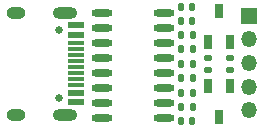
<source format=gbr>
%TF.GenerationSoftware,KiCad,Pcbnew,(6.0.2)*%
%TF.CreationDate,2022-03-06T10:13:05+08:00*%
%TF.ProjectId,USB-TTL-V1,5553422d-5454-44c2-9d56-312e6b696361,rev?*%
%TF.SameCoordinates,Original*%
%TF.FileFunction,Soldermask,Top*%
%TF.FilePolarity,Negative*%
%FSLAX46Y46*%
G04 Gerber Fmt 4.6, Leading zero omitted, Abs format (unit mm)*
G04 Created by KiCad (PCBNEW (6.0.2)) date 2022-03-06 10:13:05*
%MOMM*%
%LPD*%
G01*
G04 APERTURE LIST*
G04 Aperture macros list*
%AMRoundRect*
0 Rectangle with rounded corners*
0 $1 Rounding radius*
0 $2 $3 $4 $5 $6 $7 $8 $9 X,Y pos of 4 corners*
0 Add a 4 corners polygon primitive as box body*
4,1,4,$2,$3,$4,$5,$6,$7,$8,$9,$2,$3,0*
0 Add four circle primitives for the rounded corners*
1,1,$1+$1,$2,$3*
1,1,$1+$1,$4,$5*
1,1,$1+$1,$6,$7*
1,1,$1+$1,$8,$9*
0 Add four rect primitives between the rounded corners*
20,1,$1+$1,$2,$3,$4,$5,0*
20,1,$1+$1,$4,$5,$6,$7,0*
20,1,$1+$1,$6,$7,$8,$9,0*
20,1,$1+$1,$8,$9,$2,$3,0*%
G04 Aperture macros list end*
%ADD10C,0.650000*%
%ADD11R,1.450000X0.600000*%
%ADD12R,1.450000X0.300000*%
%ADD13O,1.600000X1.000000*%
%ADD14O,2.100000X1.000000*%
%ADD15RoundRect,0.135000X-0.135000X-0.185000X0.135000X-0.185000X0.135000X0.185000X-0.135000X0.185000X0*%
%ADD16RoundRect,0.135000X-0.185000X0.135000X-0.185000X-0.135000X0.185000X-0.135000X0.185000X0.135000X0*%
%ADD17RoundRect,0.140000X-0.140000X-0.170000X0.140000X-0.170000X0.140000X0.170000X-0.140000X0.170000X0*%
%ADD18RoundRect,0.147500X0.147500X0.172500X-0.147500X0.172500X-0.147500X-0.172500X0.147500X-0.172500X0*%
%ADD19R,0.650000X1.220000*%
%ADD20RoundRect,0.135000X0.135000X0.185000X-0.135000X0.185000X-0.135000X-0.185000X0.135000X-0.185000X0*%
%ADD21R,1.350000X1.350000*%
%ADD22O,1.350000X1.350000*%
%ADD23RoundRect,0.135000X0.185000X-0.135000X0.185000X0.135000X-0.185000X0.135000X-0.185000X-0.135000X0*%
%ADD24O,1.800000X0.600000*%
G04 APERTURE END LIST*
D10*
%TO.C,J2*%
X109110000Y-90180000D03*
X109110000Y-84400000D03*
D11*
X110555000Y-84040000D03*
X110555000Y-84840000D03*
D12*
X110555000Y-86040000D03*
X110555000Y-87040000D03*
X110555000Y-87540000D03*
X110555000Y-88540000D03*
D11*
X110555000Y-89740000D03*
X110555000Y-90540000D03*
X110555000Y-90540000D03*
X110555000Y-89740000D03*
D12*
X110555000Y-89040000D03*
X110555000Y-88040000D03*
X110555000Y-86540000D03*
X110555000Y-85540000D03*
D11*
X110555000Y-84840000D03*
X110555000Y-84040000D03*
D13*
X105460000Y-91610000D03*
D14*
X109640000Y-91610000D03*
D13*
X105460000Y-82970000D03*
D14*
X109640000Y-82970000D03*
%TD*%
D15*
%TO.C,R2*%
X119440000Y-90942342D03*
X120460000Y-90942342D03*
%TD*%
D16*
%TO.C,R4*%
X121700000Y-86790000D03*
X121700000Y-87810000D03*
%TD*%
D17*
%TO.C,C3*%
X119450000Y-92150000D03*
X120410000Y-92150000D03*
%TD*%
D18*
%TO.C,D3*%
X120435000Y-86071718D03*
X119465000Y-86071718D03*
%TD*%
D19*
%TO.C,Q1*%
X123600000Y-89140000D03*
X121700000Y-89140000D03*
X122650000Y-91760000D03*
%TD*%
D17*
%TO.C,C1*%
X119450000Y-82448750D03*
X120410000Y-82448750D03*
%TD*%
D20*
%TO.C,R1*%
X120460000Y-84854062D03*
X119440000Y-84854062D03*
%TD*%
D17*
%TO.C,C2*%
X119450000Y-83646406D03*
X120410000Y-83646406D03*
%TD*%
D19*
%TO.C,Q2*%
X121700000Y-85460000D03*
X123600000Y-85460000D03*
X122650000Y-82840000D03*
%TD*%
D21*
%TO.C,J1*%
X125200000Y-83225000D03*
D22*
X125200000Y-85225000D03*
X125200000Y-87225000D03*
X125200000Y-89225000D03*
X125200000Y-91225000D03*
%TD*%
D23*
%TO.C,R3*%
X123600000Y-87810000D03*
X123600000Y-86790000D03*
%TD*%
D18*
%TO.C,D2*%
X120435000Y-89724686D03*
X119465000Y-89724686D03*
%TD*%
D20*
%TO.C,R5*%
X120460000Y-88507030D03*
X119440000Y-88507030D03*
%TD*%
D24*
%TO.C,U1*%
X112800000Y-82990000D03*
X112800000Y-84260000D03*
X112800000Y-85530000D03*
X112800000Y-86800000D03*
X112800000Y-88070000D03*
X112800000Y-89340000D03*
X112800000Y-90610000D03*
X112800000Y-91880000D03*
X118000000Y-91880000D03*
X118000000Y-90610000D03*
X118000000Y-89340000D03*
X118000000Y-88070000D03*
X118000000Y-86800000D03*
X118000000Y-85530000D03*
X118000000Y-84260000D03*
X118000000Y-82990000D03*
%TD*%
D20*
%TO.C,R6*%
X120460000Y-87289374D03*
X119440000Y-87289374D03*
%TD*%
M02*

</source>
